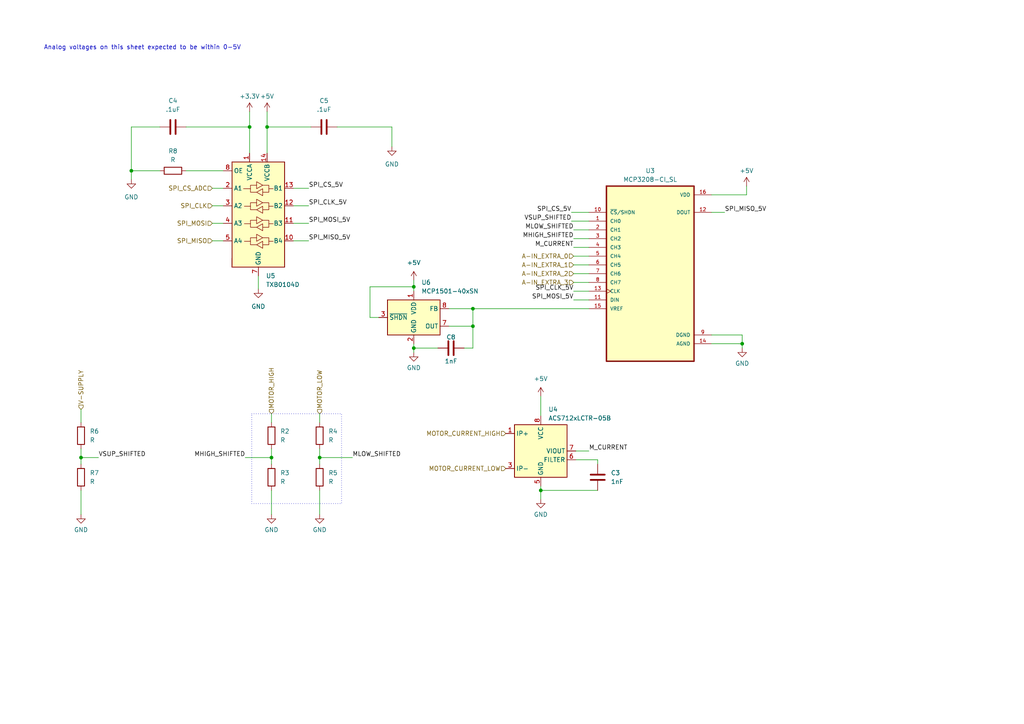
<source format=kicad_sch>
(kicad_sch (version 20230121) (generator eeschema)
  (paper "A4")
  (lib_symbols
    (symbol "Device:C" (pin_numbers hide) (pin_names (offset 0.254))
      (property "Reference" "C" (at 0.635 2.54 0))
      (property "Value" "C" (at 0.635 -2.54 0))
      (symbol "C_0_1"
        (polyline (pts (xy -2.032 -0.762) (xy 2.032 -0.762)) (stroke (width 0.508)))
        (polyline (pts (xy -2.032 0.762) (xy 2.032 0.762)) (stroke (width 0.508)))
      )
      (symbol "C_1_1"
        (pin passive line (at 0 3.81 270) (length 2.794) (name "~") (number "1"))
        (pin passive line (at 0 -3.81 90) (length 2.794) (name "~") (number "2"))
      )
    )
    (symbol "Device:R" (pin_numbers hide) (pin_names (offset 0))
      (property "Reference" "R" (at 2.032 0 90))
      (property "Value" "R" (at 0 0 90))
      (symbol "R_0_1"
        (rectangle (start -1.016 -2.54) (end 1.016 2.54) (stroke (width 0.254)))
      )
      (symbol "R_1_1"
        (pin passive line (at 0 3.81 270) (length 1.27) (name "~") (number "1"))
        (pin passive line (at 0 -3.81 90) (length 1.27) (name "~") (number "2"))
      )
    )
    (symbol "Logic_LevelTranslator:TXB0104D"
      (property "Reference" "U" (at -6.35 16.51 0))
      (property "Value" "TXB0104D" (at 3.81 16.51 0))
      (symbol "TXB0104D_0_1"
        (rectangle (start -7.62 -15.24) (end -7.62 -12.7) (stroke (width 0.254)))
        (rectangle (start -7.62 15.24) (end 7.62 -15.24) (stroke (width 0.254)) (fill (type background)))
        (polyline (pts (xy -2.286 -7.747) (xy -2.286 -6.731) (xy -0.508 -6.731)))
        (polyline (pts (xy -2.286 -2.667) (xy -2.286 -1.651) (xy -0.508 -1.651)))
        (polyline (pts (xy -2.286 2.413) (xy -2.286 3.429) (xy -0.508 3.429)))
        (polyline (pts (xy -2.286 7.493) (xy -2.286 8.509) (xy -0.508 8.509)))
        (polyline (pts (xy 3.048 -7.747) (xy 3.048 -8.763) (xy 1.27 -8.763)))
        (polyline (pts (xy 3.048 -2.667) (xy 3.048 -3.683) (xy 1.27 -3.683)))
        (polyline (pts (xy 3.048 2.413) (xy 3.048 1.397) (xy 1.27 1.397)))
        (polyline (pts (xy 3.048 7.493) (xy 3.048 6.477) (xy 1.27 6.477)))
        (polyline (pts (xy -0.508 -8.763) (xy -2.286 -8.763) (xy -2.286 -7.747) (xy -4.064 -7.747)))
        (polyline (pts (xy -0.508 -8.763) (xy 1.27 -7.747) (xy 1.27 -9.779) (xy -0.508 -8.763)))
        (polyline (pts (xy -0.508 -3.683) (xy -2.286 -3.683) (xy -2.286 -2.667) (xy -4.064 -2.667)))
        (polyline (pts (xy -0.508 -3.683) (xy 1.27 -2.667) (xy 1.27 -4.699) (xy -0.508 -3.683)))
        (polyline (pts (xy -0.508 1.397) (xy -2.286 1.397) (xy -2.286 2.413) (xy -4.064 2.413)))
        (polyline (pts (xy -0.508 1.397) (xy 1.27 2.413) (xy 1.27 0.381) (xy -0.508 1.397)))
        (polyline (pts (xy -0.508 6.477) (xy -2.286 6.477) (xy -2.286 7.493) (xy -4.318 7.493)))
        (polyline (pts (xy -0.508 6.477) (xy 1.27 7.493) (xy 1.27 5.461) (xy -0.508 6.477)))
        (polyline (pts (xy 1.27 -6.731) (xy -0.508 -7.747) (xy -0.508 -5.715) (xy 1.27 -6.731)))
        (polyline (pts (xy 1.27 -6.731) (xy 3.048 -6.731) (xy 3.048 -7.747) (xy 4.318 -7.747)))
        (polyline (pts (xy 1.27 -1.651) (xy -0.508 -2.667) (xy -0.508 -0.635) (xy 1.27 -1.651)))
        (polyline (pts (xy 1.27 -1.651) (xy 3.048 -1.651) (xy 3.048 -2.667) (xy 4.318 -2.667)))
        (polyline (pts (xy 1.27 3.429) (xy -0.508 2.413) (xy -0.508 4.445) (xy 1.27 3.429)))
        (polyline (pts (xy 1.27 3.429) (xy 3.048 3.429) (xy 3.048 2.413) (xy 4.318 2.413)))
        (polyline (pts (xy 1.27 8.509) (xy -0.508 7.493) (xy -0.508 9.525) (xy 1.27 8.509)))
        (polyline (pts (xy 1.27 8.509) (xy 3.048 8.509) (xy 3.048 7.493) (xy 4.318 7.493)))
      )
      (symbol "TXB0104D_1_1"
        (pin power_in line (at -2.54 17.78 270) (length 2.54) (name "VCCA") (number "1"))
        (pin bidirectional line (at 10.16 -7.62 180) (length 2.54) (name "B4") (number "10"))
        (pin bidirectional line (at 10.16 -2.54 180) (length 2.54) (name "B3") (number "11"))
        (pin bidirectional line (at 10.16 2.54 180) (length 2.54) (name "B2") (number "12"))
        (pin bidirectional line (at 10.16 7.62 180) (length 2.54) (name "B1") (number "13"))
        (pin power_in line (at 2.54 17.78 270) (length 2.54) (name "VCCB") (number "14"))
        (pin bidirectional line (at -10.16 7.62 0) (length 2.54) (name "A1") (number "2"))
        (pin bidirectional line (at -10.16 2.54 0) (length 2.54) (name "A2") (number "3"))
        (pin bidirectional line (at -10.16 -2.54 0) (length 2.54) (name "A3") (number "4"))
        (pin bidirectional line (at -10.16 -7.62 0) (length 2.54) (name "A4") (number "5"))
        (pin no_connect line (at -7.62 -12.7 0) (length 2.54) hide (name "NC") (number "6"))
        (pin power_in line (at 0 -17.78 90) (length 2.54) (name "GND") (number "7"))
        (pin input line (at -10.16 12.7 0) (length 2.54) (name "OE") (number "8"))
        (pin no_connect line (at 7.62 -12.7 180) (length 2.54) hide (name "NC") (number "9"))
      )
    )
    (symbol "MCP3208-CI_SL:MCP3208-CI_SL" (pin_names (offset 1.016))
      (property "Reference" "U" (at -12.7 26.4 0))
      (property "Value" "MCP3208-CI_SL" (at -12.7 -29.4 0))
      (symbol "MCP3208-CI_SL_0_0"
        (rectangle (start -12.7 -25.4) (end 12.7 25.4) (stroke (width 0.41)) (fill (type background)))
        (pin input line (at -17.78 15.24 0) (length 5.08) (name "CH0") (number "1"))
        (pin input line (at -17.78 17.78 0) (length 5.08) (name "~{CS}/SHDN") (number "10"))
        (pin input line (at -17.78 -7.62 0) (length 5.08) (name "DIN") (number "11"))
        (pin output line (at 17.78 17.78 180) (length 5.08) (name "DOUT") (number "12"))
        (pin input clock (at -17.78 -5.08 0) (length 5.08) (name "CLK") (number "13"))
        (pin power_in line (at 17.78 -20.32 180) (length 5.08) (name "AGND") (number "14"))
        (pin input line (at -17.78 -10.16 0) (length 5.08) (name "VREF") (number "15"))
        (pin power_in line (at 17.78 22.86 180) (length 5.08) (name "VDD") (number "16"))
        (pin input line (at -17.78 12.7 0) (length 5.08) (name "CH1") (number "2"))
        (pin input line (at -17.78 10.16 0) (length 5.08) (name "CH2") (number "3"))
        (pin input line (at -17.78 7.62 0) (length 5.08) (name "CH3") (number "4"))
        (pin input line (at -17.78 5.08 0) (length 5.08) (name "CH4") (number "5"))
        (pin input line (at -17.78 2.54 0) (length 5.08) (name "CH5") (number "6"))
        (pin input line (at -17.78 0 0) (length 5.08) (name "CH6") (number "7"))
        (pin input line (at -17.78 -2.54 0) (length 5.08) (name "CH7") (number "8"))
        (pin power_in line (at 17.78 -17.78 180) (length 5.08) (name "DGND") (number "9"))
      )
    )
    (symbol "Reference_Voltage:MCP1501-40xSN"
      (property "Reference" "U" (at -5.08 6.35 0))
      (property "Value" "MCP1501-40xSN" (at 11.43 6.35 0))
      (symbol "MCP1501-40xSN_0_0"
        (pin power_in line (at 0 7.62 270) (length 2.54) (name "VDD") (number "1"))
        (pin power_in line (at 0 -7.62 90) (length 2.54) (name "GND") (number "2"))
        (pin input line (at -10.16 0 0) (length 2.54) (name "~{SHDN}") (number "3"))
        (pin passive line (at 0 -7.62 90) (length 2.54) hide (name "GND") (number "4"))
        (pin passive line (at 0 -7.62 90) (length 2.54) hide (name "GND") (number "5"))
        (pin passive line (at 0 -7.62 90) (length 2.54) hide (name "GND") (number "6"))
        (pin power_out line (at 10.16 -2.54 180) (length 2.54) (name "OUT") (number "7"))
        (pin input line (at 10.16 2.54 180) (length 2.54) (name "FB") (number "8"))
      )
      (symbol "MCP1501-40xSN_0_1"
        (rectangle (start -7.62 5.08) (end 7.62 -5.08) (stroke (width 0.254)) (fill (type background)))
      )
    )
    (symbol "Sensor_Current:ACS712xLCTR-05B"
      (property "Reference" "U" (at 2.54 11.43 0))
      (property "Value" "ACS712xLCTR-05B" (at 2.54 8.89 0))
      (symbol "ACS712xLCTR-05B_0_1"
        (rectangle (start -7.62 7.62) (end 7.62 -7.62) (stroke (width 0.254)) (fill (type background)))
      )
      (symbol "ACS712xLCTR-05B_1_1"
        (pin passive line (at -10.16 5.08 0) (length 2.54) (name "IP+") (number "1"))
        (pin passive line (at -10.16 5.08 0) (length 2.54) hide (name "IP+") (number "2"))
        (pin passive line (at -10.16 -5.08 0) (length 2.54) (name "IP-") (number "3"))
        (pin passive line (at -10.16 -5.08 0) (length 2.54) hide (name "IP-") (number "4"))
        (pin power_in line (at 0 -10.16 90) (length 2.54) (name "GND") (number "5"))
        (pin passive line (at 10.16 -2.54 180) (length 2.54) (name "FILTER") (number "6"))
        (pin output line (at 10.16 0 180) (length 2.54) (name "VIOUT") (number "7"))
        (pin power_in line (at 0 10.16 270) (length 2.54) (name "VCC") (number "8"))
      )
    )
    (symbol "power:+3.3V" (power) (pin_names (offset 0))
      (property "Value" "+3.3V" (at 0 3.556 0))
      (symbol "+3.3V_0_1"
        (polyline (pts (xy -0.762 1.27) (xy 0 2.54)))
        (polyline (pts (xy 0 0) (xy 0 2.54)))
        (polyline (pts (xy 0 2.54) (xy 0.762 1.27)))
      )
      (symbol "+3.3V_1_1"
        (pin power_in line (at 0 0 90) (length 0) hide (name "+3.3V") (number "1"))
      )
    )
    (symbol "power:+5V" (power) (pin_names (offset 0))
      (property "Value" "+5V" (at 0 3.556 0))
      (symbol "+5V_0_1"
        (polyline (pts (xy -0.762 1.27) (xy 0 2.54)))
        (polyline (pts (xy 0 0) (xy 0 2.54)))
        (polyline (pts (xy 0 2.54) (xy 0.762 1.27)))
      )
      (symbol "+5V_1_1"
        (pin power_in line (at 0 0 90) (length 0) hide (name "+5V") (number "1"))
      )
    )
    (symbol "power:GND" (power) (pin_names (offset 0))
      (property "Value" "GND" (at 0 -3.81 0))
      (symbol "GND_0_1"
        (polyline (pts (xy 0 0) (xy 0 -1.27) (xy 1.27 -1.27) (xy 0 -2.54) (xy -1.27 -1.27) (xy 0 -1.27)))
      )
      (symbol "GND_1_1"
        (pin power_in line (at 0 0 270) (length 0) hide (name "GND") (number "1"))
      )
    )
  )
  (junction (at 137.16 94.615))
  (junction (at 215.265 99.695))
  (junction (at 72.39 36.83))
  (junction (at 77.47 36.83))
  (junction (at 23.495 132.715))
  (junction (at 78.74 132.715))
  (junction (at 137.16 89.535))
  (junction (at 120.015 100.965))
  (junction (at 38.1 49.53))
  (junction (at 120.015 83.185))
  (junction (at 156.845 142.24))
  (junction (at 92.71 132.715))
  (wire (pts (xy 71.12 132.715) (xy 78.74 132.715)))
  (wire (pts (xy 173.355 133.35) (xy 173.355 134.62)))
  (wire (pts (xy 120.015 102.235) (xy 120.015 100.965)))
  (wire (pts (xy 206.375 97.155) (xy 215.265 97.155)))
  (wire (pts (xy 92.71 132.715) (xy 92.71 134.62)))
  (wire (pts (xy 156.845 142.24) (xy 156.845 144.78)))
  (wire (pts (xy 165.735 64.135) (xy 170.815 64.135)))
  (wire (pts (xy 166.37 66.675) (xy 170.815 66.675)))
  (wire (pts (xy 165.735 61.595) (xy 170.815 61.595)))
  (wire (pts (xy 166.37 86.995) (xy 170.815 86.995)))
  (wire (pts (xy 166.37 74.295) (xy 170.815 74.295)))
  (wire (pts (xy 109.855 92.075) (xy 107.315 92.075)))
  (wire (pts (xy 120.015 81.28) (xy 120.015 83.185)))
  (wire (pts (xy 137.16 94.615) (xy 137.16 100.965)))
  (wire (pts (xy 85.09 64.77) (xy 89.535 64.77)))
  (wire (pts (xy 61.595 59.69) (xy 64.77 59.69)))
  (wire (pts (xy 156.845 142.24) (xy 173.355 142.24)))
  (wire (pts (xy 166.37 84.455) (xy 170.815 84.455)))
  (wire (pts (xy 78.74 130.175) (xy 78.74 132.715)))
  (wire (pts (xy 78.74 132.715) (xy 78.74 134.62)))
  (wire (pts (xy 23.495 130.175) (xy 23.495 132.715)))
  (wire (pts (xy 156.845 140.97) (xy 156.845 142.24)))
  (wire (pts (xy 166.37 76.835) (xy 170.815 76.835)))
  (wire (pts (xy 77.47 32.385) (xy 77.47 36.83)))
  (wire (pts (xy 78.74 120.015) (xy 78.74 122.555)))
  (wire (pts (xy 206.375 56.515) (xy 216.535 56.515)))
  (wire (pts (xy 85.09 54.61) (xy 89.535 54.61)))
  (wire (pts (xy 46.355 36.83) (xy 38.1 36.83)))
  (wire (pts (xy 215.265 99.695) (xy 215.265 100.965)))
  (wire (pts (xy 167.005 130.81) (xy 170.815 130.81)))
  (wire (pts (xy 130.175 89.535) (xy 137.16 89.535)))
  (wire (pts (xy 120.015 83.185) (xy 120.015 84.455)))
  (wire (pts (xy 120.015 100.965) (xy 127 100.965)))
  (wire (pts (xy 107.315 92.075) (xy 107.315 83.185)))
  (wire (pts (xy 92.71 130.175) (xy 92.71 132.715)))
  (wire (pts (xy 72.39 36.83) (xy 72.39 44.45)))
  (wire (pts (xy 61.595 54.61) (xy 64.77 54.61)))
  (wire (pts (xy 38.1 49.53) (xy 38.1 52.07)))
  (wire (pts (xy 156.845 114.935) (xy 156.845 120.65)))
  (wire (pts (xy 85.09 59.69) (xy 89.535 59.69)))
  (wire (pts (xy 166.37 71.755) (xy 170.815 71.755)))
  (wire (pts (xy 137.16 89.535) (xy 170.815 89.535)))
  (wire (pts (xy 61.595 64.77) (xy 64.77 64.77)))
  (wire (pts (xy 130.175 94.615) (xy 137.16 94.615)))
  (wire (pts (xy 61.595 69.85) (xy 64.77 69.85)))
  (wire (pts (xy 53.975 49.53) (xy 64.77 49.53)))
  (wire (pts (xy 120.015 100.965) (xy 120.015 99.695)))
  (wire (pts (xy 74.93 80.01) (xy 74.93 83.82)))
  (wire (pts (xy 53.975 36.83) (xy 72.39 36.83)))
  (wire (pts (xy 167.005 133.35) (xy 173.355 133.35)))
  (wire (pts (xy 38.1 36.83) (xy 38.1 49.53)))
  (wire (pts (xy 215.265 97.155) (xy 215.265 99.695)))
  (wire (pts (xy 72.39 32.385) (xy 72.39 36.83)))
  (wire (pts (xy 23.495 142.24) (xy 23.495 149.225)))
  (wire (pts (xy 206.375 61.595) (xy 210.185 61.595)))
  (wire (pts (xy 78.74 142.24) (xy 78.74 149.225)))
  (wire (pts (xy 166.37 79.375) (xy 170.815 79.375)))
  (wire (pts (xy 46.355 49.53) (xy 38.1 49.53)))
  (wire (pts (xy 113.665 36.83) (xy 113.665 42.545)))
  (wire (pts (xy 92.71 142.24) (xy 92.71 149.225)))
  (wire (pts (xy 166.37 69.215) (xy 170.815 69.215)))
  (wire (pts (xy 23.495 132.715) (xy 23.495 134.62)))
  (wire (pts (xy 77.47 36.83) (xy 77.47 44.45)))
  (wire (pts (xy 137.16 89.535) (xy 137.16 94.615)))
  (wire (pts (xy 216.535 56.515) (xy 216.535 53.975)))
  (wire (pts (xy 206.375 99.695) (xy 215.265 99.695)))
  (wire (pts (xy 166.37 81.915) (xy 170.815 81.915)))
  (wire (pts (xy 92.71 132.715) (xy 102.235 132.715)))
  (wire (pts (xy 137.16 100.965) (xy 134.62 100.965)))
  (wire (pts (xy 92.71 120.015) (xy 92.71 122.555)))
  (wire (pts (xy 97.79 36.83) (xy 113.665 36.83)))
  (wire (pts (xy 107.315 83.185) (xy 120.015 83.185)))
  (wire (pts (xy 23.495 118.745) (xy 23.495 122.555)))
  (wire (pts (xy 85.09 69.85) (xy 89.535 69.85)))
  (wire (pts (xy 23.495 132.715) (xy 28.575 132.715)))
  (wire (pts (xy 77.47 36.83) (xy 90.17 36.83)))
  (rectangle (start 73.025 120.015) (end 99.06 146.05) (stroke (width 0) (type dot)))
  (text "Analog voltages on this sheet expected to be within 0-5V" (at 12.7 14.605 0) (effects (font (size 1.27 1.27)) (justify left bottom)))
  (label "SPI_CS_5V" (at 89.535 54.61 0))
  (label "M_CURRENT" (at 166.37 71.755 180))
  (label "MLOW_SHIFTED" (at 166.37 66.675 180))
  (label "MHIGH_SHIFTED" (at 71.12 132.715 180))
  (label "SPI_CLK_5V" (at 166.37 84.455 180))
  (label "VSUP_SHIFTED" (at 28.575 132.715 0))
  (label "MHIGH_SHIFTED" (at 166.37 69.215 180))
  (label "M_CURRENT" (at 170.815 130.81 0))
  (label "SPI_MISO_5V" (at 210.185 61.595 0))
  (label "VSUP_SHIFTED" (at 165.735 64.135 180))
  (label "SPI_CS_5V" (at 165.735 61.595 180))
  (label "SPI_MOSI_5V" (at 166.37 86.995 180))
  (label "SPI_CLK_5V" (at 89.535 59.69 0))
  (label "SPI_MOSI_5V" (at 89.535 64.77 0))
  (label "MLOW_SHIFTED" (at 102.235 132.715 0))
  (label "SPI_MISO_5V" (at 89.535 69.85 0))
  (hierarchical_label "SPI_MOSI" (shape input) (at 61.595 64.77 180))
  (hierarchical_label "MOTOR_LOW" (shape input) (at 92.71 120.015 90))
  (hierarchical_label "V-SUPPLY" (shape input) (at 23.495 118.745 90))
  (hierarchical_label "MOTOR_HIGH" (shape input) (at 78.74 120.015 90))
  (hierarchical_label "A-IN_EXTRA_0" (shape input) (at 166.37 74.295 180))
  (hierarchical_label "MOTOR_CURRENT_LOW" (shape input) (at 146.685 135.89 180))
  (hierarchical_label "SPI_CLK" (shape input) (at 61.595 59.69 180))
  (hierarchical_label "A-IN_EXTRA_2" (shape input) (at 166.37 79.375 180))
  (hierarchical_label "MOTOR_CURRENT_HIGH" (shape input) (at 146.685 125.73 180))
  (hierarchical_label "A-IN_EXTRA_3" (shape input) (at 166.37 81.915 180))
  (hierarchical_label "A-IN_EXTRA_1" (shape input) (at 166.37 76.835 180))
  (hierarchical_label "SPI_MISO" (shape input) (at 61.595 69.85 180))
  (hierarchical_label "SPI_CS_ADC" (shape input) (at 61.595 54.61 180))
  (symbol (lib_id "Device:R") (at 78.74 138.43 0) (unit 1)
    (property "Reference" "R3" (at 81.28 137.16 0) (effects (justify left)))
    (property "Value" "R" (at 81.28 139.7 0) (effects (justify left)))
  )
  (symbol (lib_id "power:GND") (at 78.74 149.225 0) (unit 1)
    (property "Reference" "#PWR018" (effects hide))
    (property "Value" "GND" (at 78.74 153.67 0))
  )
  (symbol (lib_id "power:GND") (at 23.495 149.225 0) (unit 1)
    (property "Reference" "#PWR019" (effects hide))
    (property "Value" "GND" (at 23.495 153.67 0))
  )
  (symbol (lib_id "Device:R") (at 23.495 126.365 0) (unit 1)
    (property "Reference" "R6" (at 26.035 125.095 0) (effects (justify left)))
    (property "Value" "R" (at 26.035 127.635 0) (effects (justify left)))
  )
  (symbol (lib_id "power:+5V") (at 216.535 53.975 0) (unit 1)
    (property "Reference" "#PWR013" (effects hide))
    (property "Value" "+5V" (at 216.535 49.53 0))
  )
  (symbol (lib_id "power:GND") (at 92.71 149.225 0) (unit 1)
    (property "Reference" "#PWR017" (effects hide))
    (property "Value" "GND" (at 92.71 153.67 0))
  )
  (symbol (lib_id "power:GND") (at 215.265 100.965 0) (unit 1)
    (property "Reference" "#PWR014" (effects hide))
    (property "Value" "GND" (at 215.265 105.41 0))
  )
  (symbol (lib_id "Device:C") (at 93.98 36.83 90) (unit 1)
    (property "Reference" "C5" (at 93.98 29.21 90))
    (property "Value" ".1uF" (at 93.98 31.75 90))
  )
  (symbol (lib_id "Device:C") (at 50.165 36.83 90) (unit 1)
    (property "Reference" "C4" (at 50.165 29.21 90))
    (property "Value" ".1uF" (at 50.165 31.75 90))
  )
  (symbol (lib_id "MCP3208-CI_SL:MCP3208-CI_SL") (at 188.595 79.375 0) (unit 1)
    (property "Reference" "U3" (at 188.595 49.53 0))
    (property "Value" "MCP3208-CI_SL" (at 188.595 52.07 0))
    (property "Footprint" "MCP3208-CI_SL:SOIC127P600X175-16N" (effects hide))
    (property "MF" "Microchip" (effects hide))
    (property "Description" "\n                        \n                            Microchip 12 bit Serial ADC Differential Input 16-Pin SOIC | Microchip Technology Inc. MCP3208-CI/SL\n                        \n" (effects hide))
    (property "Package" "SOIC-16 Microchip" (effects hide))
    (property "Price" "None" (effects hide))
    (property "SnapEDA_Link" "https://www.snapeda.com/parts/MCP3208-CI/SL/Microchip/view-part/?ref=snap" (effects hide))
    (property "MP" "MCP3208-CI/SL" (effects hide))
    (property "Availability" "In Stock" (effects hide))
    (property "Check_prices" "https://www.snapeda.com/parts/MCP3208-CI/SL/Microchip/view-part/?ref=eda" (effects hide))
  )
  (symbol (lib_id "power:+5V") (at 77.47 32.385 0) (unit 1)
    (property "Reference" "#PWR022" (effects hide))
    (property "Value" "+5V" (at 77.47 27.94 0))
  )
  (symbol (lib_id "power:GND") (at 113.665 42.545 0) (unit 1)
    (property "Reference" "#PWR024" (effects hide))
    (property "Value" "GND" (at 113.665 47.625 0))
  )
  (symbol (lib_id "power:+3.3V") (at 72.39 32.385 0) (unit 1)
    (property "Reference" "#PWR020" (effects hide))
    (property "Value" "+3.3V" (at 72.39 27.94 0))
  )
  (symbol (lib_id "Device:R") (at 92.71 126.365 0) (unit 1)
    (property "Reference" "R4" (at 95.25 125.095 0) (effects (justify left)))
    (property "Value" "R" (at 95.25 127.635 0) (effects (justify left)))
  )
  (symbol (lib_id "Device:C") (at 130.81 100.965 90) (unit 1)
    (property "Reference" "C8" (at 130.81 97.79 90))
    (property "Value" "1nF" (at 130.81 104.775 90))
  )
  (symbol (lib_id "power:GND") (at 156.845 144.78 0) (unit 1)
    (property "Reference" "#PWR016" (effects hide))
    (property "Value" "GND" (at 156.845 149.225 0))
  )
  (symbol (lib_id "Sensor_Current:ACS712xLCTR-05B") (at 156.845 130.81 0) (unit 1)
    (property "Reference" "U4" (at 159.0391 118.745 0) (effects (justify left)))
    (property "Value" "ACS712xLCTR-05B" (at 159.0391 121.285 0) (effects (justify left)))
    (property "Footprint" "Package_SO:SOIC-8_3.9x4.9mm_P1.27mm" (effects hide))
    (property "Datasheet" "http://www.allegromicro.com/~/media/Files/Datasheets/ACS712-Datasheet.ashx?la=en" (effects hide))
  )
  (symbol (lib_id "Device:R") (at 78.74 126.365 0) (unit 1)
    (property "Reference" "R2" (at 81.28 125.095 0) (effects (justify left)))
    (property "Value" "R" (at 81.28 127.635 0) (effects (justify left)))
  )
  (symbol (lib_id "Device:R") (at 92.71 138.43 0) (unit 1)
    (property "Reference" "R5" (at 95.25 137.16 0) (effects (justify left)))
    (property "Value" "R" (at 95.25 139.7 0) (effects (justify left)))
  )
  (symbol (lib_id "Device:R") (at 23.495 138.43 0) (unit 1)
    (property "Reference" "R7" (at 26.035 137.16 0) (effects (justify left)))
    (property "Value" "R" (at 26.035 139.7 0) (effects (justify left)))
  )
  (symbol (lib_id "power:GND") (at 74.93 83.82 0) (unit 1)
    (property "Reference" "#PWR021" (effects hide))
    (property "Value" "GND" (at 74.93 88.9 0))
  )
  (symbol (lib_id "Logic_LevelTranslator:TXB0104D") (at 74.93 62.23 0) (unit 1)
    (property "Reference" "U5" (at 77.1241 80.01 0) (effects (justify left)))
    (property "Value" "TXB0104D" (at 77.1241 82.55 0) (effects (justify left)))
    (property "Footprint" "Package_SO:SOIC-14_3.9x8.7mm_P1.27mm" (effects hide))
    (property "Datasheet" "http://www.ti.com/lit/ds/symlink/txb0104.pdf" (effects hide))
  )
  (symbol (lib_id "Reference_Voltage:MCP1501-40xSN") (at 120.015 92.075 0) (unit 1)
    (property "Reference" "U6" (at 122.2091 81.915 0) (effects (justify left)))
    (property "Value" "MCP1501-40xSN" (at 122.2091 84.455 0) (effects (justify left)))
    (property "Footprint" "Package_SO:SOIC-8_3.9x4.9mm_P1.27mm" (effects hide))
    (property "Datasheet" "http://ww1.microchip.com/downloads/en/DeviceDoc/20005474E.pdf" (effects hide))
  )
  (symbol (lib_id "Device:C") (at 173.355 138.43 0) (unit 1)
    (property "Reference" "C3" (at 177.165 137.16 0) (effects (justify left)))
    (property "Value" "1nF" (at 177.165 139.7 0) (effects (justify left)))
  )
  (symbol (lib_id "power:GND") (at 120.015 102.235 0) (unit 1)
    (property "Reference" "#PWR032" (effects hide))
    (property "Value" "GND" (at 120.015 106.68 0))
  )
  (symbol (lib_id "power:+5V") (at 156.845 114.935 0) (unit 1)
    (property "Reference" "#PWR015" (effects hide))
    (property "Value" "+5V" (at 156.845 109.855 0))
  )
  (symbol (lib_id "power:GND") (at 38.1 52.07 0) (unit 1)
    (property "Reference" "#PWR023" (effects hide))
    (property "Value" "GND" (at 38.1 57.15 0))
  )
  (symbol (lib_id "Device:R") (at 50.165 49.53 270) (unit 1)
    (property "Reference" "R8" (at 50.165 43.815 90))
    (property "Value" "R" (at 50.165 46.355 90))
  )
  (symbol (lib_id "power:+5V") (at 120.015 81.28 0) (unit 1)
    (property "Reference" "#PWR031" (effects hide))
    (property "Value" "+5V" (at 120.015 76.2 0))
  )
)
</source>
